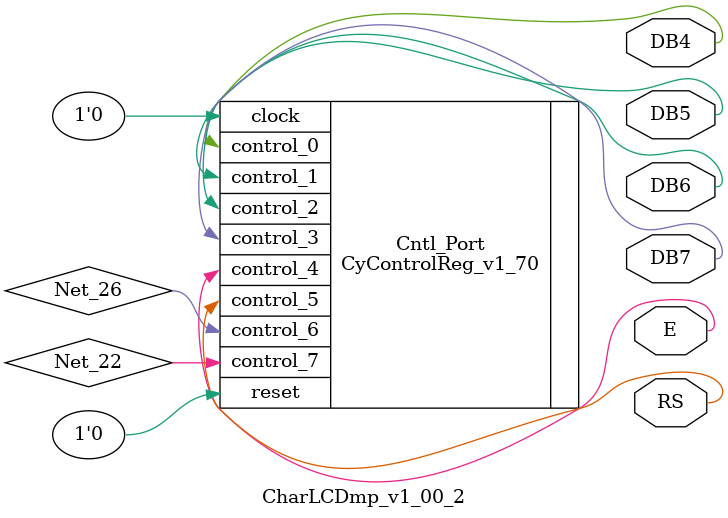
<source format=v>
module CharLCDmp_v1_00_2 (
    RS,
    E,
    DB5,
    DB4,
    DB6,
    DB7);
    output      RS;
    output      E;
    output      DB5;
    output      DB4;
    output      DB6;
    output      DB7;
          wire  Net_24;
          wire  Net_23;
          wire  Net_22;
          wire  Net_26;
    CyControlReg_v1_70 Cntl_Port (
        .control_1(DB5),
        .control_2(DB6),
        .control_3(DB7),
        .control_0(DB4),
        .control_4(E),
        .control_5(RS),
        .control_6(Net_26),
        .control_7(Net_22),
        .clock(1'b0),
        .reset(1'b0));
    defparam Cntl_Port.Bit0Mode = 0;
    defparam Cntl_Port.Bit1Mode = 0;
    defparam Cntl_Port.Bit2Mode = 0;
    defparam Cntl_Port.Bit3Mode = 0;
    defparam Cntl_Port.Bit4Mode = 0;
    defparam Cntl_Port.Bit5Mode = 0;
    defparam Cntl_Port.Bit6Mode = 0;
    defparam Cntl_Port.Bit7Mode = 0;
    defparam Cntl_Port.BitValue = 0;
    defparam Cntl_Port.BusDisplay = 0;
    defparam Cntl_Port.ExtrReset = 0;
    defparam Cntl_Port.NumOutputs = 6;
endmodule
</source>
